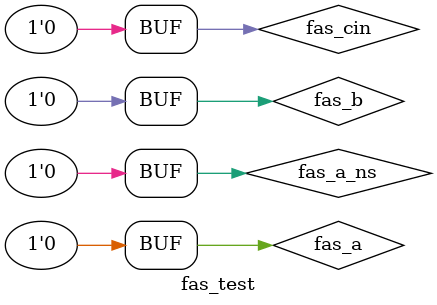
<source format=sv>
module fas_test;

// Put your code here
// ------------------
    logic fas_a;
    logic fas_b;
    logic fas_cin;
    logic fas_a_ns;
    logic fas_s;
    logic fas_cout;

    fas uut(
        .a(fas_a),
        .b(fas_b),
        .cin(fas_cin),
        .a_ns(fas_a_ns),
        .s(fas_s),
        .cout(fas_cout)
    );

    initial begin
        // 0 - 40
        // 0,0,0,0 -> 0,0
        fas_a = 1'b0;
        fas_b = 1'b0;
        fas_cin = 1'b0;
        fas_a_ns = 1'b0;

        // fas needs 30ns to stabilize
        // 40 - 60
        // 1,0,0,0 -> 1,0
        #40
        fas_a = 1'b1;
        fas_b = 1'b0;
        fas_cin = 1'b0;
        fas_a_ns = 1'b0;

        // 60 - 80
        // 0,0,0,0 -> 0,0
        #20
        fas_a = 1'b0;
        fas_b = 1'b0;
        fas_cin = 1'b0;
        fas_a_ns = 1'b0;

        // safety wait for easy testing
        #20;

    end

// End of your code

endmodule
</source>
